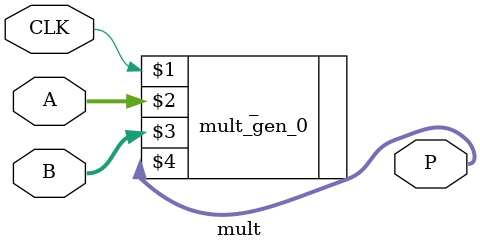
<source format=v>
`timescale 1ns / 1ps
module mult(
    input  wire         CLK,
    input  wire [3 : 0] A,
    input  wire [3 : 0] B,
    output wire [7 : 0] P
    );
    mult_gen_0 _(CLK, A, B, P);
endmodule

</source>
